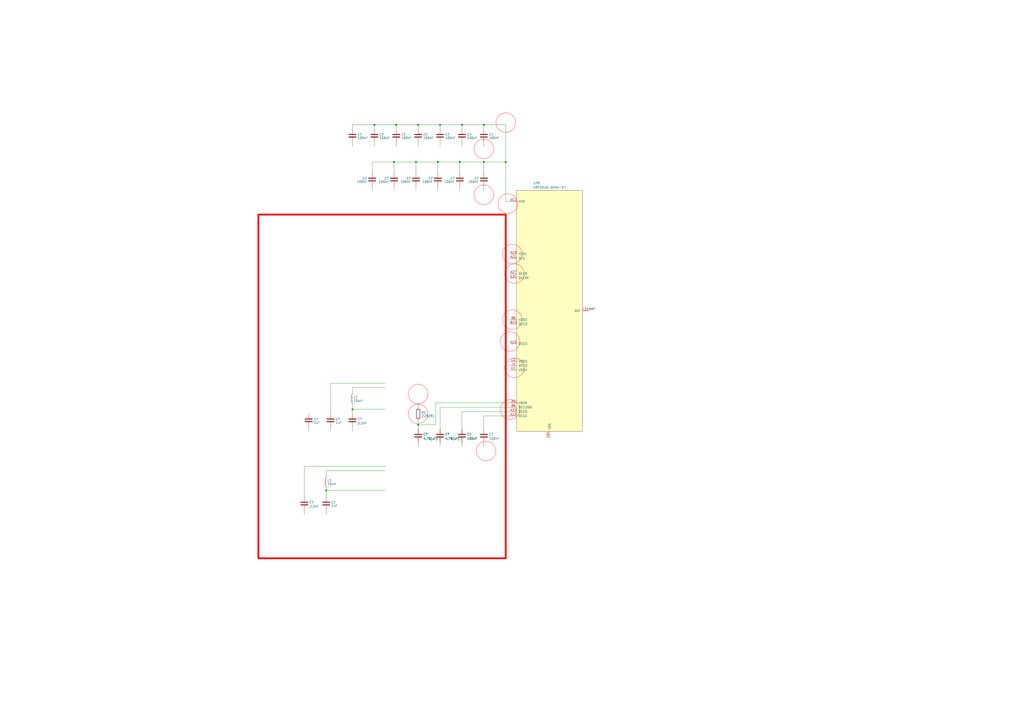
<source format=kicad_sch>
(kicad_sch (version 20230121) (generator eeschema)
  (paper "A2")
  (lib_symbols
    (symbol "1.Embedded.Specialized:NRF5340-QKAA-R7" (pin_names (offset 1.016))
      (property "Reference" "U" (at 0 0 0))
      (property "Value" "NRF5340-QKAA-R7" (at 0 0 0))
      (symbol "NRF5340-QKAA-R7_1_0"
        (pin bidirectional line (at -3.81 -13.97 0) (length 3.81) (name "P0.03/NFC2") (number "AA1"))
        (pin bidirectional line (at -3.81 -21.59 0) (length 3.81) (name "P0.06/AIN2") (number "AB2"))
        (pin bidirectional line (at -3.81 -24.13 0) (length 3.81) (name "P0.07/AIN3") (number "AD2"))
        (pin bidirectional line (at -3.81 -77.47 0) (length 3.81) (name "P0.28/AIN7") (number "AE31"))
        (pin bidirectional line (at -3.81 -26.67 0) (length 3.81) (name "P0.08/TRACEDATA[3]/SCK") (number "AH2"))
        (pin bidirectional line (at -3.81 -29.21 0) (length 3.81) (name "P0.09/TRACEDATA[2]/MOSI") (number "AJ1"))
        (pin bidirectional line (at -3.81 -44.45 0) (length 3.81) (name "P0.15/IO[2]") (number "AK10"))
        (pin bidirectional line (at -3.81 -49.53 0) (length 3.81) (name "P0.17/SCK") (number "AK12"))
        (pin bidirectional line (at -3.81 -52.07 0) (length 3.81) (name "P0.18/CSN") (number "AK14"))
        (pin bidirectional line (at -3.81 -57.15 0) (length 3.81) (name "P0.20") (number "AK16"))
        (pin bidirectional line (at -3.81 -62.23 0) (length 3.81) (name "P0.22") (number "AK18"))
        (pin bidirectional line (at -3.81 -31.75 0) (length 3.81) (name "P0.10/TRACEDATA[1]/MISO") (number "AK2"))
        (pin bidirectional line (at -3.81 -64.77 0) (length 3.81) (name "P0.23") (number "AK20"))
        (pin bidirectional line (at -3.81 -69.85 0) (length 3.81) (name "P0.25/AIN4") (number "AK28"))
        (pin bidirectional line (at -3.81 -74.93 0) (length 3.81) (name "P0.27/AIN6") (number "AK30"))
        (pin bidirectional line (at -3.81 -34.29 0) (length 3.81) (name "P0.11/TRACEDATA[0]/CSN") (number "AK4"))
        (pin bidirectional line (at -3.81 -36.83 0) (length 3.81) (name "P0.12/TRACECLK/DCX") (number "AK6"))
        (pin bidirectional line (at -3.81 -41.91 0) (length 3.81) (name "P0.14/IO[1]") (number "AK8"))
        (pin bidirectional line (at -3.81 -54.61 0) (length 3.81) (name "P0.19") (number "AL13"))
        (pin bidirectional line (at -3.81 -59.69 0) (length 3.81) (name "P0.21") (number "AL15"))
        (pin bidirectional line (at -3.81 -67.31 0) (length 3.81) (name "P0.24") (number "AL27"))
        (pin bidirectional line (at -3.81 -72.39 0) (length 3.81) (name "P0.26/AIN5") (number "AL29"))
        (pin bidirectional line (at -3.81 -39.37 0) (length 3.81) (name "P0.13/IO[0]") (number "AL5"))
        (pin bidirectional line (at -3.81 -46.99 0) (length 3.81) (name "P0.16/IO[3]") (number "AL9"))
        (pin bidirectional line (at -3.81 -85.09 0) (length 3.81) (name "P0.31") (number "B22"))
        (pin bidirectional line (at -3.81 -82.55 0) (length 3.81) (name "P0.30") (number "B24"))
        (pin bidirectional line (at -3.81 -6.35 0) (length 3.81) (name "P0.00/XL1") (number "N1"))
        (pin bidirectional line (at -3.81 -8.89 0) (length 3.81) (name "P0.01/XL2") (number "R1"))
        (pin bidirectional line (at -3.81 -80.01 0) (length 3.81) (name "P0.29") (number "U31"))
        (pin bidirectional line (at -3.81 -16.51 0) (length 3.81) (name "P0.04/AIN0") (number "V2"))
        (pin bidirectional line (at -3.81 -11.43 0) (length 3.81) (name "P0.02/NFC1") (number "W1"))
        (pin bidirectional line (at -3.81 -19.05 0) (length 3.81) (name "P0.05/AIN1") (number "Y2"))
      )
      (symbol "NRF5340-QKAA-R7_1_1"
        (rectangle (start 0 0) (end 38.1 -88.9) (fill (type background)))
      )
      (symbol "NRF5340-QKAA-R7_2_0"
        (pin power_in line (at 19.05 -143.51 90) (length 3.81) (name "VSS") (number "104"))
        (pin power_in line (at 19.05 -143.51 90) (length 3.81) hide (name "VSS") (number "35"))
        (pin power_in line (at 19.05 -143.51 90) (length 3.81) hide (name "VSS") (number "36"))
        (pin power_in line (at 19.05 -143.51 90) (length 3.81) hide (name "VSS") (number "37"))
        (pin power_in line (at 19.05 -143.51 90) (length 3.81) hide (name "VSS") (number "38"))
        (pin power_in line (at 19.05 -143.51 90) (length 3.81) hide (name "VSS") (number "39"))
        (pin power_in line (at 19.05 -143.51 90) (length 3.81) hide (name "VSS") (number "40"))
        (pin power_in line (at 19.05 -143.51 90) (length 3.81) hide (name "VSS") (number "41"))
        (pin power_in line (at 19.05 -143.51 90) (length 3.81) hide (name "VSS") (number "43"))
        (pin power_in line (at 19.05 -143.51 90) (length 3.81) hide (name "VSS") (number "44"))
        (pin power_in line (at 19.05 -143.51 90) (length 3.81) hide (name "VSS") (number "45"))
        (pin power_in line (at 19.05 -143.51 90) (length 3.81) hide (name "VSS") (number "46"))
        (pin power_in line (at 19.05 -143.51 90) (length 3.81) hide (name "VSS") (number "47"))
        (pin power_in line (at 19.05 -143.51 90) (length 3.81) hide (name "VSS") (number "48"))
        (pin power_in line (at 19.05 -143.51 90) (length 3.81) hide (name "VSS") (number "49"))
        (pin power_in line (at 19.05 -143.51 90) (length 3.81) hide (name "VSS") (number "50"))
        (pin power_in line (at 19.05 -143.51 90) (length 3.81) hide (name "VSS") (number "51"))
        (pin power_in line (at -3.81 -130.81 0) (length 3.81) (name "DECA") (number "A13"))
        (pin power_in line (at -3.81 -88.9 0) (length 3.81) (name "DECD") (number "A15"))
        (pin power_in line (at -3.81 -36.83 0) (length 3.81) (name "VDD1") (number "A19"))
        (pin power_in line (at -3.81 -39.37 0) (length 3.81) (name "DCC") (number "A21"))
        (pin power_in line (at -3.81 -128.27 0) (length 3.81) (name "DECN") (number "A23"))
        (pin power_in line (at 19.05 -143.51 90) (length 3.81) hide (name "VSS") (number "A25"))
        (pin power_in line (at -3.81 -48.26 0) (length 3.81) (name "DECR") (number "A27"))
        (pin power_in line (at -3.81 -123.19 0) (length 3.81) (name "VBUS") (number "A5"))
        (pin power_in line (at -3.81 -6.35 0) (length 3.81) (name "VDD") (number "AC1"))
        (pin power_in line (at -3.81 -6.35 0) (length 3.81) hide (name "VDD") (number "AG1"))
        (pin power_in line (at -3.81 -6.35 0) (length 3.81) hide (name "VDD") (number "AJ31"))
        (pin power_in line (at -3.81 -6.35 0) (length 3.81) hide (name "VDD") (number "AL11"))
        (pin power_in line (at -3.81 -6.35 0) (length 3.81) hide (name "VDD") (number "AL17"))
        (pin power_in line (at -3.81 -6.35 0) (length 3.81) hide (name "VDD") (number "AL25"))
        (pin power_in line (at -3.81 -6.35 0) (length 3.81) hide (name "VDD") (number "AL3"))
        (pin power_in line (at -3.81 -6.35 0) (length 3.81) hide (name "VDD") (number "AL7"))
        (pin power_in line (at -3.81 -77.47 0) (length 3.81) (name "DCCD") (number "B10"))
        (pin power_in line (at 19.05 -143.51 90) (length 3.81) hide (name "VSS") (number "B12"))
        (pin power_in line (at 19.05 -143.51 90) (length 3.81) hide (name "VSS") (number "B26"))
        (pin power_in line (at -3.81 -6.35 0) (length 3.81) hide (name "VDD") (number "B28"))
        (pin power_in line (at -3.81 -125.73 0) (length 3.81) (name "DECUSB") (number "B6"))
        (pin power_in line (at -3.81 -74.93 0) (length 3.81) (name "VDD2") (number "B8"))
        (pin power_in line (at -3.81 -6.35 0) (length 3.81) hide (name "VDD") (number "C1"))
        (pin power_in line (at -3.81 -104.14 0) (length 3.81) (name "VDDH") (number "E1"))
        (pin power_in line (at -3.81 -6.35 0) (length 3.81) hide (name "VDD") (number "E31"))
        (pin power_in line (at 19.05 -143.51 90) (length 3.81) hide (name "VSS") (number "G1"))
        (pin power_in line (at -3.81 -50.8 0) (length 3.81) (name "DECRF") (number "G31"))
        (pin power_in line (at 19.05 -143.51 90) (length 3.81) hide (name "VSS") (number "H2"))
        (pin power_in line (at -3.81 -101.6 0) (length 3.81) (name "DCCH") (number "J1"))
        (pin power_in line (at 19.05 -143.51 90) (length 3.81) hide (name "VSS") (number "J31"))
        (pin power_in line (at -3.81 -99.06 0) (length 3.81) (name "VDD3") (number "L1"))
        (pin bidirectional line (at 41.91 -69.85 180) (length 3.81) (name "ANT") (number "L31"))
        (pin power_in line (at -3.81 -6.35 0) (length 3.81) hide (name "VDD") (number "N31"))
        (pin power_in line (at -3.81 -6.35 0) (length 3.81) hide (name "VDD") (number "U1"))
      )
      (symbol "NRF5340-QKAA-R7_2_1"
        (rectangle (start 0 0) (end 38.1 -139.7) (fill (type background)))
      )
      (symbol "NRF5340-QKAA-R7_3_0"
        (pin no_connect line (at 41.91 -34.29 180) (length 3.81) (name "NC") (number "A1"))
        (pin no_connect line (at 41.91 -34.29 180) (length 3.81) (name "NC") (number "A31"))
        (pin bidirectional line (at -3.81 -40.64 0) (length 3.81) (name "SWDIO") (number "AA31"))
        (pin input line (at -3.81 -35.56 0) (length 3.81) (name "~{RESET}") (number "AC31"))
        (pin no_connect line (at 41.91 -34.29 180) (length 3.81) (name "NC") (number "AG31"))
        (pin no_connect line (at 41.91 -34.29 180) (length 3.81) (name "NC") (number "AL1"))
        (pin no_connect line (at 41.91 -34.29 180) (length 3.81) (name "NC") (number "AL31"))
        (pin bidirectional line (at -3.81 -15.24 0) (length 3.81) (name "D+") (number "B2"))
        (pin output line (at 41.91 -13.97 180) (length 3.81) (name "XC2") (number "B30"))
        (pin bidirectional line (at -3.81 -10.16 0) (length 3.81) (name "D-") (number "B4"))
        (pin input line (at 41.91 -11.43 180) (length 3.81) (name "XC1") (number "C31"))
        (pin no_connect line (at 41.91 -34.29 180) (length 3.81) (name "NC") (number "D2"))
        (pin no_connect line (at 41.91 -34.29 180) (length 3.81) (name "NC") (number "F2"))
        (pin no_connect line (at 41.91 -34.29 180) (length 3.81) (name "NC") (number "K2"))
        (pin no_connect line (at 41.91 -34.29 180) (length 3.81) (name "NC") (number "T2"))
        (pin input clock (at -3.81 -38.1 0) (length 3.81) (name "SWDCLK") (number "W31"))
      )
      (symbol "NRF5340-QKAA-R7_3_1"
        (rectangle (start 0 0) (end 38.1 -50.8) (fill (type background)))
      )
      (symbol "NRF5340-QKAA-R7_4_0"
        (pin bidirectional line (at -3.81 -39.37 0) (length 3.81) (name "P1.13") (number "A17"))
        (pin bidirectional line (at -3.81 -11.43 0) (length 3.81) (name "P1.02/TWI") (number "AE1"))
        (pin bidirectional line (at -3.81 -13.97 0) (length 3.81) (name "P1.03/TWI") (number "AF2"))
        (pin bidirectional line (at -3.81 -19.05 0) (length 3.81) (name "P1.05") (number "AK22"))
        (pin bidirectional line (at -3.81 -24.13 0) (length 3.81) (name "P1.07") (number "AK24"))
        (pin bidirectional line (at -3.81 -29.21 0) (length 3.81) (name "P1.09") (number "AK26"))
        (pin bidirectional line (at -3.81 -16.51 0) (length 3.81) (name "P1.04") (number "AL19"))
        (pin bidirectional line (at -3.81 -21.59 0) (length 3.81) (name "P1.06") (number "AL21"))
        (pin bidirectional line (at -3.81 -26.67 0) (length 3.81) (name "P1.08") (number "AL23"))
        (pin bidirectional line (at -3.81 -44.45 0) (length 3.81) (name "P1.15") (number "B14"))
        (pin bidirectional line (at -3.81 -41.91 0) (length 3.81) (name "P1.14") (number "B16"))
        (pin bidirectional line (at -3.81 -36.83 0) (length 3.81) (name "P1.12") (number "B18"))
        (pin bidirectional line (at -3.81 -34.29 0) (length 3.81) (name "P1.11") (number "B20"))
        (pin bidirectional line (at -3.81 -6.35 0) (length 3.81) (name "P1.00") (number "M2"))
        (pin bidirectional line (at -3.81 -8.89 0) (length 3.81) (name "P1.01") (number "P2"))
        (pin bidirectional line (at -3.81 -31.75 0) (length 3.81) (name "P1.10") (number "R31"))
      )
      (symbol "NRF5340-QKAA-R7_4_1"
        (rectangle (start 0 0) (end 36.83 -50.8) (fill (type background)))
      )
    )
    (symbol "Device:C" (pin_numbers hide) (pin_names (offset 0.254))
      (property "Reference" "C" (at 0.635 2.54 0))
      (property "Value" "C" (at 0.635 -2.54 0))
      (symbol "C_0_1"
        (polyline (pts (xy -2.032 -0.762) (xy 2.032 -0.762)) (stroke (width 0.508)))
        (polyline (pts (xy -2.032 0.762) (xy 2.032 0.762)) (stroke (width 0.508)))
      )
      (symbol "C_1_1"
        (pin passive line (at 0 3.81 270) (length 2.794) (name "~") (number "1"))
        (pin passive line (at 0 -3.81 90) (length 2.794) (name "~") (number "2"))
      )
    )
    (symbol "Device:L" (pin_numbers hide) (pin_names (offset 1.016) hide)
      (property "Reference" "L" (at -1.27 0 90))
      (property "Value" "L" (at 1.905 0 90))
      (symbol "L_0_1"
        (arc (start 0 -2.54) (mid 0.6323 -1.905) (end 0 -1.27))
        (arc (start 0 -1.27) (mid 0.6323 -0.635) (end 0 0))
        (arc (start 0 0) (mid 0.6323 0.635) (end 0 1.27))
        (arc (start 0 1.27) (mid 0.6323 1.905) (end 0 2.54))
      )
      (symbol "L_1_1"
        (pin passive line (at 0 3.81 270) (length 1.27) (name "1") (number "1"))
        (pin passive line (at 0 -3.81 90) (length 1.27) (name "2") (number "2"))
      )
    )
    (symbol "Device:R" (pin_numbers hide) (pin_names (offset 0))
      (property "Reference" "R" (at 2.032 0 90))
      (property "Value" "R" (at 0 0 90))
      (symbol "R_0_1"
        (rectangle (start -1.016 -2.54) (end 1.016 2.54) (stroke (width 0.254)))
      )
      (symbol "R_1_1"
        (pin passive line (at 0 3.81 270) (length 1.27) (name "~") (number "1"))
        (pin passive line (at 0 -3.81 90) (length 1.27) (name "~") (number "2"))
      )
    )
  )
  (junction (at 280.67 93.98))
  (junction (at 242.57 246.38))
  (junction (at 204.47 237.49))
  (junction (at 241.3 93.98))
  (junction (at 189.23 284.48))
  (junction (at 228.6 93.98))
  (junction (at 280.67 72.39))
  (junction (at 229.87 72.39))
  (junction (at 217.17 72.39))
  (junction (at 254 93.98))
  (junction (at 266.7 93.98))
  (junction (at 242.57 72.39))
  (junction (at 267.97 72.39))
  (junction (at 255.27 72.39))
  (junction (at 293.37 93.98))
  (wire (pts (xy 223.52 273.05) (xy 189.23 273.05)))
  (wire (pts (xy 228.6 93.98) (xy 241.3 93.98)))
  (wire (pts (xy 280.67 93.98) (xy 280.67 100.33)))
  (wire (pts (xy 215.9 110.49) (xy 215.9 107.95)))
  (wire (pts (xy 176.53 270.51) (xy 176.53 288.29)))
  (wire (pts (xy 176.53 270.51) (xy 223.52 270.51)))
  (wire (pts (xy 242.57 233.68) (xy 242.57 236.22)))
  (wire (pts (xy 229.87 85.09) (xy 229.87 82.55)))
  (wire (pts (xy 293.37 72.39) (xy 280.67 72.39)))
  (wire (pts (xy 215.9 93.98) (xy 215.9 100.33)))
  (wire (pts (xy 204.47 224.79) (xy 223.52 224.79)))
  (wire (pts (xy 280.67 93.98) (xy 293.37 93.98)))
  (wire (pts (xy 241.3 93.98) (xy 241.3 100.33)))
  (wire (pts (xy 242.57 243.84) (xy 242.57 246.38)))
  (wire (pts (xy 242.57 256.54) (xy 242.57 259.08)))
  (wire (pts (xy 293.37 93.98) (xy 293.37 72.39)))
  (wire (pts (xy 254 110.49) (xy 254 107.95)))
  (wire (pts (xy 267.97 85.09) (xy 267.97 82.55)))
  (wire (pts (xy 191.77 240.03) (xy 191.77 222.25)))
  (wire (pts (xy 217.17 72.39) (xy 204.47 72.39)))
  (wire (pts (xy 204.47 72.39) (xy 204.47 74.93)))
  (wire (pts (xy 255.27 72.39) (xy 255.27 74.93)))
  (wire (pts (xy 255.27 85.09) (xy 255.27 82.55)))
  (wire (pts (xy 255.27 256.54) (xy 255.27 259.08)))
  (wire (pts (xy 267.97 238.76) (xy 295.91 238.76)))
  (wire (pts (xy 252.73 246.38) (xy 252.73 233.68)))
  (wire (pts (xy 241.3 93.98) (xy 254 93.98)))
  (wire (pts (xy 229.87 72.39) (xy 217.17 72.39)))
  (wire (pts (xy 204.47 237.49) (xy 223.52 237.49)))
  (wire (pts (xy 217.17 85.09) (xy 217.17 82.55)))
  (wire (pts (xy 267.97 256.54) (xy 267.97 259.08)))
  (wire (pts (xy 241.3 110.49) (xy 241.3 107.95)))
  (wire (pts (xy 204.47 85.09) (xy 204.47 82.55)))
  (wire (pts (xy 293.37 116.84) (xy 293.37 93.98)))
  (wire (pts (xy 280.67 85.09) (xy 280.67 82.55)))
  (wire (pts (xy 280.67 248.92) (xy 280.67 241.3)))
  (wire (pts (xy 189.23 288.29) (xy 189.23 284.48)))
  (wire (pts (xy 267.97 72.39) (xy 267.97 74.93)))
  (wire (pts (xy 280.67 72.39) (xy 267.97 72.39)))
  (wire (pts (xy 267.97 248.92) (xy 267.97 238.76)))
  (wire (pts (xy 189.23 283.21) (xy 189.23 284.48)))
  (wire (pts (xy 204.47 234.95) (xy 204.47 237.49)))
  (wire (pts (xy 295.91 116.84) (xy 293.37 116.84)))
  (wire (pts (xy 229.87 72.39) (xy 229.87 74.93)))
  (wire (pts (xy 191.77 247.65) (xy 191.77 250.19)))
  (wire (pts (xy 266.7 110.49) (xy 266.7 107.95)))
  (wire (pts (xy 266.7 93.98) (xy 280.67 93.98)))
  (wire (pts (xy 176.53 298.45) (xy 176.53 295.91)))
  (wire (pts (xy 280.67 241.3) (xy 295.91 241.3)))
  (wire (pts (xy 179.07 247.65) (xy 179.07 250.19)))
  (wire (pts (xy 255.27 236.22) (xy 295.91 236.22)))
  (wire (pts (xy 267.97 72.39) (xy 255.27 72.39)))
  (wire (pts (xy 242.57 72.39) (xy 229.87 72.39)))
  (wire (pts (xy 217.17 72.39) (xy 217.17 74.93)))
  (wire (pts (xy 204.47 247.65) (xy 204.47 250.19)))
  (wire (pts (xy 204.47 227.33) (xy 204.47 224.79)))
  (wire (pts (xy 280.67 256.54) (xy 280.67 259.08)))
  (wire (pts (xy 255.27 72.39) (xy 242.57 72.39)))
  (wire (pts (xy 255.27 248.92) (xy 255.27 236.22)))
  (wire (pts (xy 252.73 233.68) (xy 295.91 233.68)))
  (wire (pts (xy 280.67 110.49) (xy 280.67 107.95)))
  (wire (pts (xy 228.6 93.98) (xy 215.9 93.98)))
  (wire (pts (xy 189.23 284.48) (xy 223.52 284.48)))
  (wire (pts (xy 280.67 72.39) (xy 280.67 74.93)))
  (wire (pts (xy 189.23 298.45) (xy 189.23 295.91)))
  (wire (pts (xy 242.57 246.38) (xy 242.57 248.92)))
  (wire (pts (xy 204.47 237.49) (xy 204.47 240.03)))
  (wire (pts (xy 228.6 110.49) (xy 228.6 107.95)))
  (wire (pts (xy 254 93.98) (xy 266.7 93.98)))
  (wire (pts (xy 189.23 273.05) (xy 189.23 275.59)))
  (wire (pts (xy 254 93.98) (xy 254 100.33)))
  (wire (pts (xy 242.57 246.38) (xy 252.73 246.38)))
  (wire (pts (xy 266.7 93.98) (xy 266.7 100.33)))
  (wire (pts (xy 242.57 85.09) (xy 242.57 82.55)))
  (wire (pts (xy 228.6 93.98) (xy 228.6 100.33)))
  (wire (pts (xy 242.57 72.39) (xy 242.57 74.93)))
  (wire (pts (xy 191.77 222.25) (xy 223.52 222.25)))
  (circle (center 280.67 113.03) (radius 5.6796) (stroke (width 0) (color 255 0 0 1)))
  (circle (center 295.91 198.12) (radius 5.6796) (stroke (width 0) (color 255 0 0 1)))
  (circle (center 242.57 228.6) (radius 5.6796) (stroke (width 0) (color 255 0 0 1)))
  (circle (center 242.57 240.03) (radius 5.6796) (stroke (width 0) (color 255 0 0 1)))
  (circle (center 298.45 158.75) (radius 5.6796) (stroke (width 0) (color 255 0 0 1)))
  (circle (center 293.37 71.12) (radius 5.6796) (stroke (width 0) (color 255 0 0 1)))
  (circle (center 297.18 147.32) (radius 5.6796) (stroke (width 0) (color 255 0 0 1)))
  (rectangle (start 149.86 124.46) (end 293.37 323.85) (stroke (width 1) (color 255 0 0 1)))
  (circle (center 298.45 213.36) (radius 5.6796) (stroke (width 0) (color 255 0 0 1)))
  (circle (center 281.94 261.62) (radius 5.6796) (stroke (width 0) (color 255 0 0 1)))
  (circle (center 295.91 237.49) (radius 5.6796) (stroke (width 0) (color 255 0 0 1)))
  (circle (center 280.67 86.36) (radius 5.6796) (stroke (width 0) (color 255 0 0 1)))
  (circle (center 294.64 118.11) (radius 5.6796) (stroke (width 0) (color 255 0 0 1)))
  (circle (center 297.18 185.42) (radius 5.6796) (stroke (width 0) (color 255 0 0 1)))
  (label "ANT" (at 341.63 180.34 0))
  (symbol (lib_id "Device:C") (at 254 104.14 0) (mirror y) (unit 1)
    (property "Reference" "C?" (at 251.0791 103.4963 0) (effects (justify left)))
    (property "Value" "100nF" (at 251.0791 105.4173 0) (effects (justify left)))
    (property "Footprint" "Capacitor_SMD:C_0201_0603Metric" (effects hide))
  )
  (symbol (lib_id "Device:C") (at 242.57 78.74 0) (mirror y) (unit 1)
    (property "Reference" "C?" (at 245.491 78.0963 0) (effects (justify right)))
    (property "Value" "100nF" (at 245.491 80.0173 0) (effects (justify right)))
    (property "Footprint" "Capacitor_SMD:C_0201_0603Metric" (effects hide))
  )
  (symbol (lib_id "Device:C") (at 241.3 104.14 0) (mirror y) (unit 1)
    (property "Reference" "C?" (at 238.3791 103.4963 0) (effects (justify left)))
    (property "Value" "100nF" (at 238.3791 105.4173 0) (effects (justify left)))
    (property "Footprint" "Capacitor_SMD:C_0201_0603Metric" (effects hide))
  )
  (symbol (lib_id "Device:C") (at 267.97 252.73 0) (unit 1)
    (property "Reference" "C?" (at 270.891 251.8953 0) (effects (justify left)))
    (property "Value" "100nF" (at 270.891 254.4322 0) (effects (justify left)))
    (property "Footprint" "Capacitor_SMD:C_0201_0603Metric" (effects hide))
  )
  (symbol (lib_id "Device:C") (at 267.97 78.74 0) (mirror y) (unit 1)
    (property "Reference" "C?" (at 270.891 78.0963 0) (effects (justify right)))
    (property "Value" "100nF" (at 270.891 80.0173 0) (effects (justify right)))
    (property "Footprint" "Capacitor_SMD:C_0201_0603Metric" (effects hide))
  )
  (symbol (lib_id "Device:C") (at 280.67 78.74 0) (mirror y) (unit 1)
    (property "Reference" "C?" (at 283.591 78.0963 0) (effects (justify right)))
    (property "Value" "100nF" (at 283.591 80.0173 0) (effects (justify right)))
    (property "Footprint" "Capacitor_SMD:C_0201_0603Metric" (effects hide))
  )
  (symbol (lib_id "Device:L") (at 204.47 231.14 180) (unit 1)
    (property "Reference" "L?" (at 205.105 230.4963 0) (effects (justify right)))
    (property "Value" "10uH" (at 205.105 232.4173 0) (effects (justify right)))
    (property "Footprint" "Inductor_SMD:L_0603_1608Metric" (effects hide))
  )
  (symbol (lib_id "Device:C") (at 280.67 104.14 0) (mirror y) (unit 1)
    (property "Reference" "C?" (at 277.7491 103.4963 0) (effects (justify left)))
    (property "Value" "100nF" (at 277.7491 105.4173 0) (effects (justify left)))
    (property "Footprint" "Capacitor_SMD:C_0201_0603Metric" (effects hide))
  )
  (symbol (lib_id "Device:C") (at 179.07 243.84 0) (unit 1)
    (property "Reference" "C?" (at 181.991 243.1963 0) (effects (justify left)))
    (property "Value" "1uF" (at 181.991 245.1173 0) (effects (justify left)))
    (property "Footprint" "Capacitor_SMD:C_0402_1005Metric" (effects hide))
  )
  (symbol (lib_id "Device:C") (at 176.53 292.1 0) (unit 1)
    (property "Reference" "C?" (at 179.451 291.2653 0) (effects (justify left)))
    (property "Value" "2.2nF" (at 179.451 293.8022 0) (effects (justify left)))
    (property "Footprint" "Capacitor_SMD:C_0201_0603Metric" (effects hide))
  )
  (symbol (lib_id "Device:C") (at 255.27 252.73 0) (unit 1)
    (property "Reference" "C?" (at 258.191 251.8953 0) (effects (justify left)))
    (property "Value" "4.7${uF}" (at 258.191 254.4322 0) (effects (justify left)))
    (property "Footprint" "Capacitor_SMD:C_0402_1005Metric" (effects hide))
  )
  (symbol (lib_id "Device:C") (at 204.47 243.84 0) (unit 1)
    (property "Reference" "C?" (at 207.391 243.0053 0) (effects (justify left)))
    (property "Value" "2.2nF" (at 207.391 245.5422 0) (effects (justify left)))
    (property "Footprint" "Capacitor_SMD:C_0201_0603Metric" (effects hide))
  )
  (symbol (lib_id "Device:C") (at 204.47 78.74 0) (mirror y) (unit 1)
    (property "Reference" "C?" (at 207.391 78.0963 0) (effects (justify right)))
    (property "Value" "100nF" (at 207.391 80.0173 0) (effects (justify right)))
    (property "Footprint" "Capacitor_SMD:C_0201_0603Metric" (effects hide))
  )
  (symbol (lib_id "Device:C") (at 229.87 78.74 0) (mirror y) (unit 1)
    (property "Reference" "C?" (at 232.791 78.0963 0) (effects (justify right)))
    (property "Value" "100nF" (at 232.791 80.0173 0) (effects (justify right)))
    (property "Footprint" "Capacitor_SMD:C_0201_0603Metric" (effects hide))
  )
  (symbol (lib_id "Device:C") (at 217.17 78.74 0) (mirror y) (unit 1)
    (property "Reference" "C?" (at 220.091 78.0963 0) (effects (justify right)))
    (property "Value" "100nF" (at 220.091 80.0173 0) (effects (justify right)))
    (property "Footprint" "Capacitor_SMD:C_0201_0603Metric" (effects hide))
  )
  (symbol (lib_id "Device:C") (at 191.77 243.84 0) (unit 1)
    (property "Reference" "C?" (at 194.691 243.1963 0) (effects (justify left)))
    (property "Value" "1uF" (at 194.691 245.1173 0) (effects (justify left)))
    (property "Footprint" "Capacitor_SMD:C_0402_1005Metric" (effects hide))
  )
  (symbol (lib_id "Device:L") (at 189.23 279.4 180) (unit 1)
    (property "Reference" "L?" (at 189.865 278.7563 0) (effects (justify right)))
    (property "Value" "10uH" (at 189.865 280.6773 0) (effects (justify right)))
    (property "Footprint" "Inductor_SMD:L_0603_1608Metric" (effects hide))
  )
  (symbol (lib_id "Device:C") (at 215.9 104.14 0) (mirror y) (unit 1)
    (property "Reference" "C?" (at 212.9791 103.4963 0) (effects (justify left)))
    (property "Value" "100nF" (at 212.9791 105.4173 0) (effects (justify left)))
    (property "Footprint" "Capacitor_SMD:C_0201_0603Metric" (effects hide))
  )
  (symbol (lib_id "Device:C") (at 242.57 252.73 0) (unit 1)
    (property "Reference" "C?" (at 245.491 251.8953 0) (effects (justify left)))
    (property "Value" "4.7${uF}" (at 245.491 254.4322 0) (effects (justify left)))
    (property "Footprint" "Capacitor_SMD:C_0402_1005Metric" (effects hide))
  )
  (symbol (lib_id "Device:C") (at 189.23 292.1 0) (unit 1)
    (property "Reference" "C?" (at 192.151 291.4563 0) (effects (justify left)))
    (property "Value" "1uF" (at 192.151 293.3773 0) (effects (justify left)))
    (property "Footprint" "Capacitor_SMD:C_0402_1005Metric" (effects hide))
  )
  (symbol (lib_id "Device:R") (at 242.57 240.03 180) (unit 1)
    (property "Reference" "R?" (at 244.348 239.3863 0) (effects (justify right)))
    (property "Value" "2.2${R}" (at 244.348 241.3073 0) (effects (justify right)))
    (property "Footprint" "Resistor_SMD:R_0402_1005Metric" (effects hide))
  )
  (symbol (lib_id "Device:C") (at 255.27 78.74 0) (mirror y) (unit 1)
    (property "Reference" "C?" (at 258.191 78.0963 0) (effects (justify right)))
    (property "Value" "100nF" (at 258.191 80.0173 0) (effects (justify right)))
    (property "Footprint" "Capacitor_SMD:C_0201_0603Metric" (effects hide))
  )
  (symbol (lib_id "Device:C") (at 266.7 104.14 0) (mirror y) (unit 1)
    (property "Reference" "C?" (at 263.7791 103.4963 0) (effects (justify left)))
    (property "Value" "100nF" (at 263.7791 105.4173 0) (effects (justify left)))
    (property "Footprint" "Capacitor_SMD:C_0201_0603Metric" (effects hide))
  )
  (symbol (lib_id "Device:C") (at 280.67 252.73 0) (unit 1)
    (property "Reference" "C?" (at 283.591 251.8953 0) (effects (justify left)))
    (property "Value" "100nF" (at 283.591 254.4322 0) (effects (justify left)))
    (property "Footprint" "Capacitor_SMD:C_0201_0603Metric" (effects hide))
  )
  (symbol (lib_id "Device:C") (at 228.6 104.14 0) (mirror y) (unit 1)
    (property "Reference" "C?" (at 225.6791 103.4963 0) (effects (justify left)))
    (property "Value" "100nF" (at 225.6791 105.4173 0) (effects (justify left)))
    (property "Footprint" "Capacitor_SMD:C_0201_0603Metric" (effects hide))
  )
  (symbol (lib_id "1.Embedded.Specialized:NRF5340-QKAA-R7") (at 299.72 110.49 0) (unit 2)
    (property "Reference" "U?" (at 309.2261 106.9172 0) (effects (justify left bottom)))
    (property "Value" "NRF5340-QKAA-R7" (at 309.2261 109.4541 0) (effects (justify left bottom)))
    (property "Footprint" "0:NRF5340-QKAA-R7" (effects hide))
    (property "Datasheet" "https://infocenter.nordicsemi.com/pdf/nRF5340_PS_v1.2.pdf" (effects hide))
  )
)
</source>
